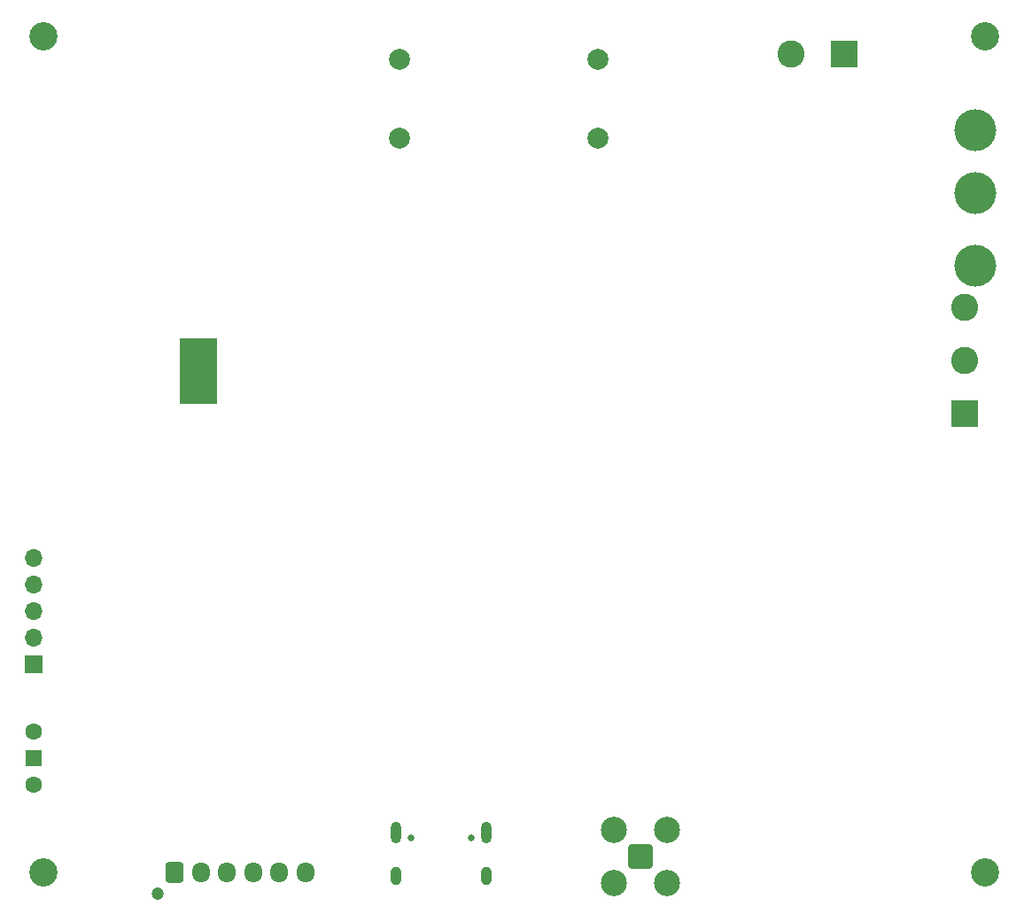
<source format=gbr>
%TF.GenerationSoftware,KiCad,Pcbnew,8.0.2*%
%TF.CreationDate,2024-10-13T04:04:11-03:00*%
%TF.ProjectId,ESCX,45534358-2e6b-4696-9361-645f70636258,rev?*%
%TF.SameCoordinates,Original*%
%TF.FileFunction,Soldermask,Bot*%
%TF.FilePolarity,Negative*%
%FSLAX46Y46*%
G04 Gerber Fmt 4.6, Leading zero omitted, Abs format (unit mm)*
G04 Created by KiCad (PCBNEW 8.0.2) date 2024-10-13 04:04:11*
%MOMM*%
%LPD*%
G01*
G04 APERTURE LIST*
G04 Aperture macros list*
%AMRoundRect*
0 Rectangle with rounded corners*
0 $1 Rounding radius*
0 $2 $3 $4 $5 $6 $7 $8 $9 X,Y pos of 4 corners*
0 Add a 4 corners polygon primitive as box body*
4,1,4,$2,$3,$4,$5,$6,$7,$8,$9,$2,$3,0*
0 Add four circle primitives for the rounded corners*
1,1,$1+$1,$2,$3*
1,1,$1+$1,$4,$5*
1,1,$1+$1,$6,$7*
1,1,$1+$1,$8,$9*
0 Add four rect primitives between the rounded corners*
20,1,$1+$1,$2,$3,$4,$5,0*
20,1,$1+$1,$4,$5,$6,$7,0*
20,1,$1+$1,$6,$7,$8,$9,0*
20,1,$1+$1,$8,$9,$2,$3,0*%
G04 Aperture macros list end*
%ADD10R,2.600000X2.600000*%
%ADD11C,2.600000*%
%ADD12C,2.700000*%
%ADD13RoundRect,0.200100X0.949900X0.949900X-0.949900X0.949900X-0.949900X-0.949900X0.949900X-0.949900X0*%
%ADD14C,2.500000*%
%ADD15C,2.000000*%
%ADD16R,1.500000X1.500000*%
%ADD17C,1.600000*%
%ADD18R,3.610000X6.350000*%
%ADD19C,1.200000*%
%ADD20RoundRect,0.250000X-0.600000X-0.725000X0.600000X-0.725000X0.600000X0.725000X-0.600000X0.725000X0*%
%ADD21O,1.700000X1.950000*%
%ADD22C,0.650000*%
%ADD23O,1.000000X2.100000*%
%ADD24O,1.000000X1.800000*%
%ADD25R,1.700000X1.700000*%
%ADD26O,1.700000X1.700000*%
%ADD27C,4.000000*%
G04 APERTURE END LIST*
D10*
%TO.C,J10*%
X192000000Y-85080000D03*
D11*
X192000000Y-80000000D03*
X192000000Y-74920000D03*
%TD*%
D12*
%TO.C,H1*%
X104000000Y-49000000D03*
%TD*%
D13*
%TO.C,J2*%
X161000000Y-127400000D03*
D14*
X163540000Y-129940000D03*
X163540000Y-124860000D03*
X158460000Y-129940000D03*
X158460000Y-124860000D03*
%TD*%
D10*
%TO.C,J11*%
X180545000Y-50695000D03*
D11*
X175465000Y-50695000D03*
%TD*%
D15*
%TO.C,C50*%
X138000000Y-51250000D03*
X138000000Y-58750000D03*
%TD*%
D16*
%TO.C,SW1*%
X103000000Y-118000000D03*
D17*
X103000000Y-120540000D03*
X103000000Y-115460000D03*
%TD*%
D18*
%TO.C,U3*%
X118796600Y-81000000D03*
%TD*%
D12*
%TO.C,H2*%
X194000000Y-129000000D03*
%TD*%
D19*
%TO.C,J8*%
X114900000Y-131000000D03*
D20*
X116500000Y-129000000D03*
D21*
X119000000Y-129000000D03*
X121500000Y-129000000D03*
X124000000Y-129000000D03*
X126500000Y-129000000D03*
X129000000Y-129000000D03*
%TD*%
D12*
%TO.C,H4*%
X194000000Y-49000000D03*
%TD*%
D22*
%TO.C,J9*%
X139110000Y-125645000D03*
X144890000Y-125645000D03*
D23*
X137680000Y-125145000D03*
D24*
X137680000Y-129325000D03*
D23*
X146320000Y-125145000D03*
D24*
X146320000Y-129325000D03*
%TD*%
D12*
%TO.C,H3*%
X104000000Y-129000000D03*
%TD*%
D25*
%TO.C,J1*%
X103000000Y-109080000D03*
D26*
X103000000Y-106540000D03*
X103000000Y-104000000D03*
X103000000Y-101460000D03*
X103000000Y-98920000D03*
%TD*%
D15*
%TO.C,C53*%
X157000000Y-51250000D03*
X157000000Y-58750000D03*
%TD*%
D27*
%TO.C,TP2*%
X193000000Y-64000000D03*
%TD*%
%TO.C,TP1*%
X193000000Y-58000000D03*
%TD*%
%TO.C,TP3*%
X193000000Y-71000000D03*
%TD*%
M02*

</source>
